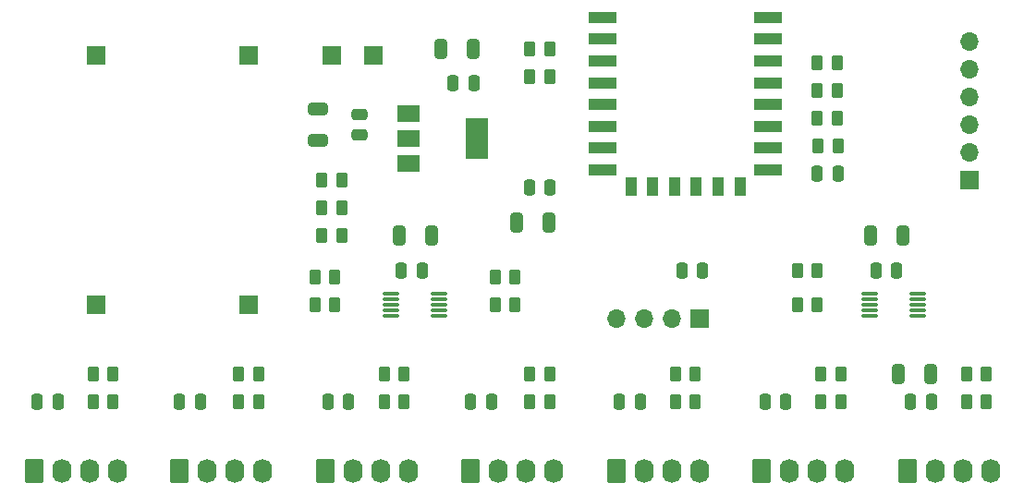
<source format=gbr>
%TF.GenerationSoftware,KiCad,Pcbnew,6.0.11+dfsg-1*%
%TF.CreationDate,2023-10-20T18:47:01+02:00*%
%TF.ProjectId,5x100A,35783130-3041-42e6-9b69-6361645f7063,rev?*%
%TF.SameCoordinates,Original*%
%TF.FileFunction,Soldermask,Top*%
%TF.FilePolarity,Negative*%
%FSLAX46Y46*%
G04 Gerber Fmt 4.6, Leading zero omitted, Abs format (unit mm)*
G04 Created by KiCad (PCBNEW 6.0.11+dfsg-1) date 2023-10-20 18:47:01*
%MOMM*%
%LPD*%
G01*
G04 APERTURE LIST*
G04 Aperture macros list*
%AMRoundRect*
0 Rectangle with rounded corners*
0 $1 Rounding radius*
0 $2 $3 $4 $5 $6 $7 $8 $9 X,Y pos of 4 corners*
0 Add a 4 corners polygon primitive as box body*
4,1,4,$2,$3,$4,$5,$6,$7,$8,$9,$2,$3,0*
0 Add four circle primitives for the rounded corners*
1,1,$1+$1,$2,$3*
1,1,$1+$1,$4,$5*
1,1,$1+$1,$6,$7*
1,1,$1+$1,$8,$9*
0 Add four rect primitives between the rounded corners*
20,1,$1+$1,$2,$3,$4,$5,0*
20,1,$1+$1,$4,$5,$6,$7,0*
20,1,$1+$1,$6,$7,$8,$9,0*
20,1,$1+$1,$8,$9,$2,$3,0*%
G04 Aperture macros list end*
%ADD10R,2.500000X1.000000*%
%ADD11R,1.000000X1.800000*%
%ADD12RoundRect,0.250000X0.325000X0.650000X-0.325000X0.650000X-0.325000X-0.650000X0.325000X-0.650000X0*%
%ADD13R,1.700000X1.700000*%
%ADD14O,1.700000X1.700000*%
%ADD15R,2.000000X1.500000*%
%ADD16R,2.000000X3.800000*%
%ADD17RoundRect,0.250000X-0.250000X-0.475000X0.250000X-0.475000X0.250000X0.475000X-0.250000X0.475000X0*%
%ADD18RoundRect,0.250000X-0.262500X-0.450000X0.262500X-0.450000X0.262500X0.450000X-0.262500X0.450000X0*%
%ADD19RoundRect,0.250000X-0.620000X-0.845000X0.620000X-0.845000X0.620000X0.845000X-0.620000X0.845000X0*%
%ADD20O,1.740000X2.190000*%
%ADD21RoundRect,0.250000X0.262500X0.450000X-0.262500X0.450000X-0.262500X-0.450000X0.262500X-0.450000X0*%
%ADD22RoundRect,0.250000X0.250000X0.475000X-0.250000X0.475000X-0.250000X-0.475000X0.250000X-0.475000X0*%
%ADD23RoundRect,0.250000X-0.325000X-0.650000X0.325000X-0.650000X0.325000X0.650000X-0.325000X0.650000X0*%
%ADD24RoundRect,0.250000X0.650000X-0.325000X0.650000X0.325000X-0.650000X0.325000X-0.650000X-0.325000X0*%
%ADD25RoundRect,0.075000X-0.650000X-0.075000X0.650000X-0.075000X0.650000X0.075000X-0.650000X0.075000X0*%
%ADD26RoundRect,0.250000X0.475000X-0.250000X0.475000X0.250000X-0.475000X0.250000X-0.475000X-0.250000X0*%
G04 APERTURE END LIST*
D10*
%TO.C,U1*%
X127655000Y-85400000D03*
X127655000Y-87400000D03*
X127655000Y-89400000D03*
X127655000Y-91400000D03*
X127655000Y-93400000D03*
X127655000Y-95400000D03*
X127655000Y-97400000D03*
X127655000Y-99400000D03*
D11*
X130255000Y-100900000D03*
X132255000Y-100900000D03*
X134255000Y-100900000D03*
X136255000Y-100900000D03*
X138255000Y-100900000D03*
X140255000Y-100900000D03*
D10*
X142855000Y-99400000D03*
X142855000Y-97400000D03*
X142855000Y-95400000D03*
X142855000Y-93400000D03*
X142855000Y-91400000D03*
X142855000Y-89400000D03*
X142855000Y-87400000D03*
X142855000Y-85400000D03*
%TD*%
D12*
%TO.C,C18*%
X111965000Y-105410000D03*
X109015000Y-105410000D03*
%TD*%
D13*
%TO.C,J13*%
X161290000Y-100330000D03*
D14*
X161290000Y-97790000D03*
X161290000Y-95250000D03*
X161290000Y-92710000D03*
X161290000Y-90170000D03*
X161290000Y-87630000D03*
%TD*%
D13*
%TO.C,J4*%
X95250000Y-111760000D03*
%TD*%
D15*
%TO.C,U2*%
X109880000Y-94220000D03*
X109880000Y-96520000D03*
D16*
X116180000Y-96520000D03*
D15*
X109880000Y-98820000D03*
%TD*%
D17*
%TO.C,C9*%
X102517500Y-120650000D03*
X104417500Y-120650000D03*
%TD*%
D18*
%TO.C,R29*%
X147677500Y-120650000D03*
X149502500Y-120650000D03*
%TD*%
%TO.C,R13*%
X107672500Y-120650000D03*
X109497500Y-120650000D03*
%TD*%
%TO.C,R14*%
X107672500Y-118110000D03*
X109497500Y-118110000D03*
%TD*%
%TO.C,R11*%
X147400000Y-97155000D03*
X149225000Y-97155000D03*
%TD*%
D19*
%TO.C,J9*%
X115570000Y-127000000D03*
D20*
X118110000Y-127000000D03*
X120650000Y-127000000D03*
X123190000Y-127000000D03*
%TD*%
D18*
%TO.C,R9*%
X94337500Y-120670000D03*
X96162500Y-120670000D03*
%TD*%
D21*
%TO.C,R28*%
X119657500Y-111760000D03*
X117832500Y-111760000D03*
%TD*%
D18*
%TO.C,R16*%
X121007500Y-118110000D03*
X122832500Y-118110000D03*
%TD*%
D21*
%TO.C,R5*%
X122832500Y-90805000D03*
X121007500Y-90805000D03*
%TD*%
D19*
%TO.C,J11*%
X155575000Y-127000000D03*
D20*
X158115000Y-127000000D03*
X160655000Y-127000000D03*
X163195000Y-127000000D03*
%TD*%
D12*
%TO.C,C16*%
X155145000Y-105410000D03*
X152195000Y-105410000D03*
%TD*%
D18*
%TO.C,R30*%
X147677500Y-118110000D03*
X149502500Y-118110000D03*
%TD*%
D22*
%TO.C,C6*%
X111125000Y-108585000D03*
X109225000Y-108585000D03*
%TD*%
D13*
%TO.C,J8*%
X136515000Y-113030000D03*
D14*
X133975000Y-113030000D03*
X131435000Y-113030000D03*
X128895000Y-113030000D03*
%TD*%
D17*
%TO.C,C13*%
X115575000Y-120650000D03*
X117475000Y-120650000D03*
%TD*%
%TO.C,C11*%
X129225000Y-120650000D03*
X131125000Y-120650000D03*
%TD*%
D19*
%TO.C,J12*%
X142240000Y-127000000D03*
D20*
X144780000Y-127000000D03*
X147320000Y-127000000D03*
X149860000Y-127000000D03*
%TD*%
D12*
%TO.C,C12*%
X115775000Y-88265000D03*
X112825000Y-88265000D03*
%TD*%
D18*
%TO.C,R17*%
X101322500Y-111760000D03*
X103147500Y-111760000D03*
%TD*%
%TO.C,R19*%
X101322500Y-109220000D03*
X103147500Y-109220000D03*
%TD*%
D12*
%TO.C,C14*%
X122760000Y-104215000D03*
X119810000Y-104215000D03*
%TD*%
D18*
%TO.C,R15*%
X121007500Y-120650000D03*
X122832500Y-120650000D03*
%TD*%
D21*
%TO.C,R27*%
X149145000Y-92075000D03*
X147320000Y-92075000D03*
%TD*%
D13*
%TO.C,J2*%
X102870000Y-88900000D03*
%TD*%
D21*
%TO.C,R26*%
X119657500Y-109220000D03*
X117832500Y-109220000D03*
%TD*%
D19*
%TO.C,J10*%
X128905000Y-127000000D03*
D20*
X131445000Y-127000000D03*
X133985000Y-127000000D03*
X136525000Y-127000000D03*
%TD*%
D18*
%TO.C,R7*%
X81002500Y-120650000D03*
X82827500Y-120650000D03*
%TD*%
D13*
%TO.C,J14*%
X106680000Y-88900000D03*
%TD*%
D23*
%TO.C,C17*%
X154735000Y-118110000D03*
X157685000Y-118110000D03*
%TD*%
D18*
%TO.C,R21*%
X134342500Y-120650000D03*
X136167500Y-120650000D03*
%TD*%
%TO.C,R4*%
X101957500Y-102870000D03*
X103782500Y-102870000D03*
%TD*%
%TO.C,R22*%
X134342500Y-118110000D03*
X136167500Y-118110000D03*
%TD*%
D13*
%TO.C,J15*%
X95250000Y-88900000D03*
%TD*%
D19*
%TO.C,J5*%
X75565000Y-127000000D03*
D20*
X78105000Y-127000000D03*
X80645000Y-127000000D03*
X83185000Y-127000000D03*
%TD*%
D24*
%TO.C,C15*%
X101600000Y-96725000D03*
X101600000Y-93775000D03*
%TD*%
D21*
%TO.C,R12*%
X149145000Y-94615000D03*
X147320000Y-94615000D03*
%TD*%
D17*
%TO.C,C20*%
X134940000Y-108585000D03*
X136840000Y-108585000D03*
%TD*%
D21*
%TO.C,R25*%
X149145000Y-89535000D03*
X147320000Y-89535000D03*
%TD*%
D19*
%TO.C,J7*%
X102235000Y-127020000D03*
D20*
X104775000Y-127020000D03*
X107315000Y-127020000D03*
X109855000Y-127020000D03*
%TD*%
D18*
%TO.C,R24*%
X161012500Y-118110000D03*
X162837500Y-118110000D03*
%TD*%
D17*
%TO.C,C7*%
X88905000Y-120650000D03*
X90805000Y-120650000D03*
%TD*%
D25*
%TO.C,IC1*%
X108290000Y-110760000D03*
X108290000Y-111260000D03*
X108290000Y-111760000D03*
X108290000Y-112260000D03*
X108290000Y-112760000D03*
X112690000Y-112760000D03*
X112690000Y-112260000D03*
X112690000Y-111760000D03*
X112690000Y-111260000D03*
X112690000Y-110760000D03*
%TD*%
D13*
%TO.C,J3*%
X81280000Y-111760000D03*
%TD*%
D22*
%TO.C,C8*%
X154620000Y-108585000D03*
X152720000Y-108585000D03*
%TD*%
D18*
%TO.C,R8*%
X81002500Y-118110000D03*
X82827500Y-118110000D03*
%TD*%
D17*
%TO.C,C3*%
X142560000Y-120650000D03*
X144460000Y-120650000D03*
%TD*%
D22*
%TO.C,C4*%
X115885000Y-91440000D03*
X113985000Y-91440000D03*
%TD*%
D18*
%TO.C,R10*%
X94337500Y-118130000D03*
X96162500Y-118130000D03*
%TD*%
%TO.C,R20*%
X145495000Y-108585000D03*
X147320000Y-108585000D03*
%TD*%
D25*
%TO.C,IC2*%
X152105000Y-110760000D03*
X152105000Y-111260000D03*
X152105000Y-111760000D03*
X152105000Y-112260000D03*
X152105000Y-112760000D03*
X156505000Y-112760000D03*
X156505000Y-112260000D03*
X156505000Y-111760000D03*
X156505000Y-111260000D03*
X156505000Y-110760000D03*
%TD*%
D18*
%TO.C,R23*%
X161012500Y-120650000D03*
X162837500Y-120650000D03*
%TD*%
D17*
%TO.C,C19*%
X155895000Y-120650000D03*
X157795000Y-120650000D03*
%TD*%
D21*
%TO.C,R2*%
X103782500Y-100330000D03*
X101957500Y-100330000D03*
%TD*%
D18*
%TO.C,R18*%
X145495000Y-111760000D03*
X147320000Y-111760000D03*
%TD*%
D19*
%TO.C,J6*%
X88900000Y-127020000D03*
D20*
X91440000Y-127020000D03*
X93980000Y-127020000D03*
X96520000Y-127020000D03*
%TD*%
D22*
%TO.C,C10*%
X122870000Y-100965000D03*
X120970000Y-100965000D03*
%TD*%
D17*
%TO.C,C5*%
X75885000Y-120650000D03*
X77785000Y-120650000D03*
%TD*%
D18*
%TO.C,R3*%
X101957500Y-105410000D03*
X103782500Y-105410000D03*
%TD*%
D13*
%TO.C,J1*%
X81280000Y-88900000D03*
%TD*%
D26*
%TO.C,C1*%
X105410000Y-96200000D03*
X105410000Y-94300000D03*
%TD*%
D22*
%TO.C,C2*%
X149225000Y-99695000D03*
X147325000Y-99695000D03*
%TD*%
D21*
%TO.C,R6*%
X122832500Y-88265000D03*
X121007500Y-88265000D03*
%TD*%
M02*

</source>
